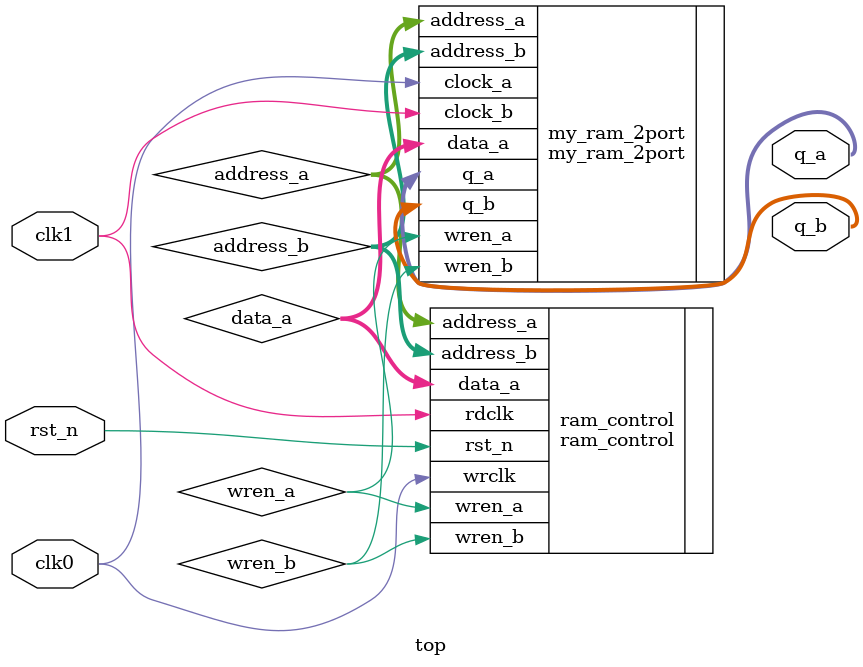
<source format=v>
`timescale 1ns/1ps
module top(clk0,clk1,rst_n,q_a,q_b);
	input clk0;
	input clk1;
	input rst_n;
	output [7:0]q_a;
	output [7:0]q_b;

	

	wire [7:0] data_a;
	// wire [7:0] data_b;
	wire wren_a;
	wire wren_b;
	wire [9:0] address_a;
	wire [9:0] address_b;
    // reg  [7:0] data_b;

ram_control ram_control (
	.wrclk(clk0) , 
	.rdclk(clk1),
	.rst_n(rst_n),
	.data_a(data_a),
	// .data_b(data_b),
	// .data_b(8'd0),
	.address_a(address_a),
	.wren_a(wren_a),
	.wren_b(wren_b),
	.address_b(address_b)
	);


 my_ram_2port my_ram_2port(
	.address_a(address_a),
	.address_b(address_b),
	.clock_a(clk0),
	.clock_b(clk1),
	.data_a(data_a),
	// .data_b(8'd0),
	.wren_a(wren_a),
	.wren_b(wren_b),
	.q_a(q_a),
	.q_b(q_b)
	);


	// my_pll my_pll (
	// 	.areset(rst_n),
	// 	.inclk0(clk),
	// 	.c0(c0),
	// 	.c1(c1)
	// );
	// my_ram_2port my_ram_2port (
	// 	.data(data),
	// 	.rdaddress(rdaddress),
	// 	.rdclock(clk),
	// 	.wraddress(wraddress),
	// 	.wrclock(clk),
	// 	.wren(wren),
	// 	.q(q)
	// );

endmodule // top

</source>
